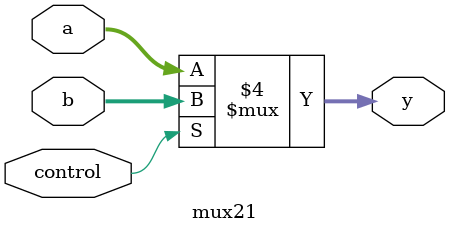
<source format=v>
module mux21 (
    input wire [31:0] a,        // Input A
    input wire [31:0] b,        // Input B
    input wire control,         // Control Signal
    output reg [31:0] y         // Output Y
);

    // Combinational logic for 2:1 MUX
    always @(*) begin
        if (control == 1'b1) begin
            y = b; // Select input B
        end else begin
            y = a; // Select input A
        end
    end

endmodule

</source>
